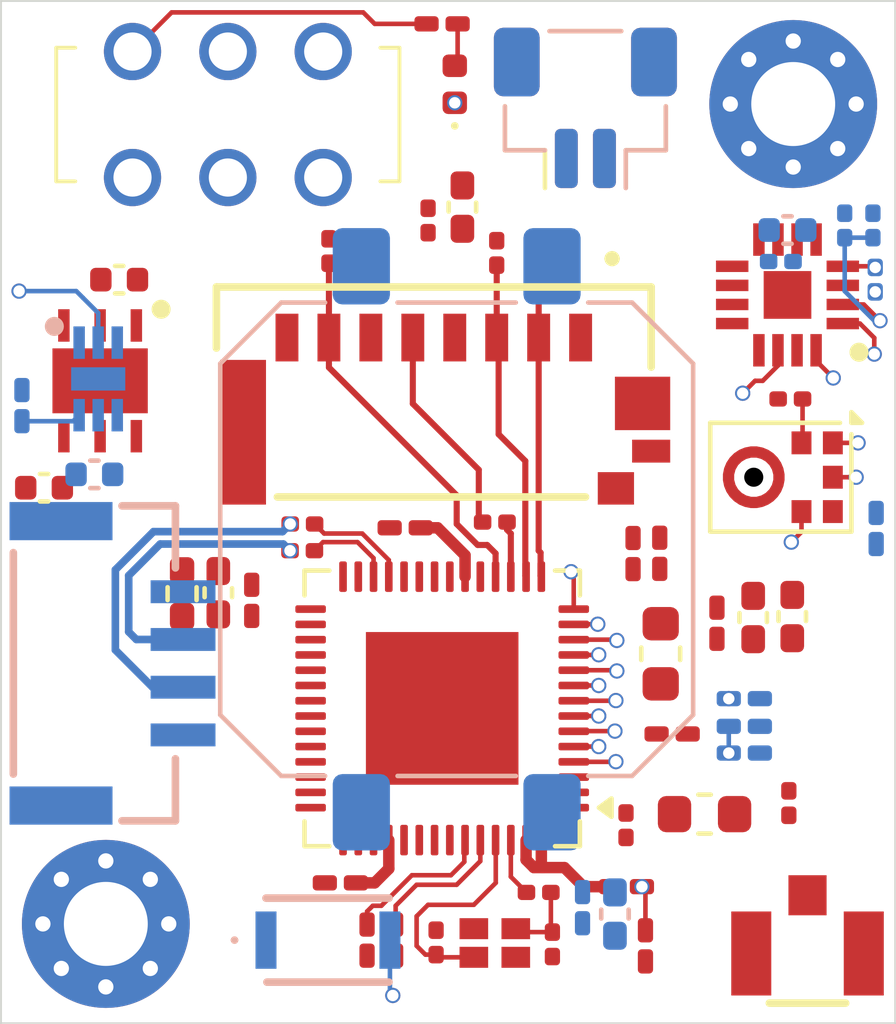
<source format=kicad_pcb>
(kicad_pcb (version 20241229) (generator "pcbnew") (generator_version "9.0")
  (layers (0 "F.Cu" signal) (4 "In1.Cu" signal) (6 "In2.Cu" signal) (8 "In3.Cu" signal) (10 "In4.Cu" signal) (2 "B.Cu" signal) (13 "F.Paste" user) (15 "B.Paste" user) (5 "F.SilkS" user "F.Silkscreen") (7 "B.SilkS" user "B.Silkscreen") (1 "F.Mask" user) (3 "B.Mask" user) (25 "Edge.Cuts" user))
  (net 0 "")
  (net 1 "LDO_IN")
  (net 2 "GND")
  (net 3 "+3.3V")
  (net 4 "/HP+")
  (net 5 "/HSE_IN")
  (net 6 "/HP-")
  (net 7 "/LNA_IN")
  (net 8 "/D+")
  (net 9 "/D-")
  (net 10 "/max_bit_clk")
  (net 11 "/max_data")
  (net 12 "/max_frame_clk")
  (net 13 "Net-(Y2-CRYSTAL__1)")
  (net 14 "/SD_FSPICS")
  (net 15 "VUSB")
  (net 16 "/SD_FSPID")
  (net 17 "/SD_FSPIQ")
  (net 18 "/mic_data")
  (net 20 "/mic_frame_sck")
  (net 21 "/mic_sck")
  (net 22 "/DATA-OUT")
  (net 23 "/DATA+OUT")
  (net 26 "Net-(IC6-~{SD_MODE})")
  (net 28 "/HSE_OUT")
  (net 29 "/max_gpio")
  (net 30 "Net-(IC6-GAIN_SLOT)")
  (net 31 "/BOOT1")
  (net 33 "/SD_FSPICLK")
  (net 37 "/MAIN_BTN")
  (net 38 "BAT+")
  (net 39 "Net-(C4-Pad1)")
  (net 40 "Net-(IC5-PROG)")
  (net 41 "Net-(IC5-~{CHRG})")
  (net 42 "Net-(LEDRED1-A)")
  (net 43 "Net-(U5-GPIO0)")
  (net 44 "Net-(C66-Pad1)")
  (net 45 "RESET")
  (net 47 "Net-(U5-GPIO3)")
  (net 63 "Net-(U5-VDD_SPI)")
  (net 67 "Net-(J4-Pad5)")
  (net 73 "Net-(U5-GPIO45)")
  (net 76 "Net-(MK2-LR)")
  (footprint "Resistor_SMD:R_0201_0603Metric_Pad0.64x0.40mm_HandSolder" (layer "F.Cu") (at 172.825 76.4175 -90)
    (property "Reference" "R1" (hide yes))
    (property "Value" "20k" (hide yes))
  )
  (footprint "Resistor_SMD:R_0201_0603Metric_Pad0.64x0.40mm_HandSolder" (layer "F.Cu") (at 165.15 86.55 -90)
    (property "Reference" "R39" (hide yes))
    (property "Value" "20k" (hide yes))
  )
  (footprint "Capacitor_SMD:C_0402_1005Metric" (layer "F.Cu") (at 156.68 74.7)
    (property "Reference" "C24" (hide yes))
    (property "Value" "1u" (hide yes))
  )
  (footprint "Resistor_SMD:R_0201_0603Metric" (layer "F.Cu") (at 163.455 75.65)
    (property "Reference" "R9" (hide yes))
    (property "Value" "22R" (hide yes))
  )
  (footprint "Capacitor_SMD:C_0201_0603Metric_Pad0.64x0.40mm_HandSolder" (layer "F.Cu") (at 162.125 77.65 -90)
    (property "Reference" "C31" (hide yes))
    (property "Value" "100n" (hide yes))
  )
  (footprint "Capacitor_SMD:C_0402_1005Metric_Pad0.74x0.62mm_HandSolder" (layer "F.Cu") (at 161.25 77.45 90)
    (property "Reference" "C32" (hide yes))
    (property "Value" "1u" (hide yes))
  )
  (footprint "Inductor_SMD:L_0603_1608Metric" (layer "F.Cu") (at 174 83.25)
    (property "Reference" "L5" (hide yes))
    (property "Value" "2.7n" (hide yes))
  )
  (footprint "Resistor_SMD:R_0201_0603Metric" (layer "F.Cu") (at 163.45 76.35)
    (property "Reference" "R10" (hide yes))
    (property "Value" "22R" (hide yes))
  )
  (footprint "samacsys:QFN50P300X300X80-17N" (layer "F.Cu") (at 176.175 69.65 180)
    (property "Reference" "IC6" (hide yes))
    (property "Value" "MAX98357AETE+" (hide yes))
  )
  (footprint "Capacitor_SMD:C_0402_1005Metric_Pad0.74x0.62mm_HandSolder" (layer "F.Cu") (at 176.3 78.075 90)
    (property "Reference" "C47" (hide yes))
    (property "Value" "10u" (hide yes))
  )
  (footprint "Resistor_SMD:R_0402_1005Metric_Pad0.72x0.64mm_HandSolder" (layer "F.Cu") (at 160.3 77.475 90)
    (property "Reference" "R41" (hide yes))
    (property "Value" "0R" (hide yes))
  )
  (footprint "Resistor_SMD:R_0201_0603Metric" (layer "F.Cu") (at 169.65 68.55 -90)
    (property "Reference" "R34" (hide yes))
    (property "Value" "10k" (hide yes))
  )
  (footprint "Capacitor_SMD:C_0201_0603Metric_Pad0.64x0.40mm_HandSolder" (layer "F.Cu") (at 173.15 81.15)
    (property "Reference" "C66" (hide yes))
    (property "Value" "100n" (hide yes))
  )
  (footprint "Resistor_SMD:R_0201_0603Metric" (layer "F.Cu") (at 169.65 85.3)
    (property "Reference" "R22" (hide yes))
    (property "Value" "20R" (hide yes))
  )
  (footprint "LED_SMD:LED_0402_1005Metric" (layer "F.Cu") (at 167.45 64.1325 90)
    (property "Reference" "LEDRED1" (hide yes))
    (property "Value" "150040RS73240" (hide yes))
  )
  (footprint "Capacitor_SMD:C_0402_1005Metric_Pad0.74x0.62mm_HandSolder" (layer "F.Cu") (at 167.65 67.35 90)
    (property "Reference" "C28" (hide yes))
    (property "Value" "4.7u" (hide yes))
  )
  (footprint "Resistor_SMD:R_0201_0603Metric" (layer "F.Cu") (at 168.5 75.6 180)
    (property "Reference" "R40" (hide yes))
    (property "Value" "22R" (hide yes))
  )
  (footprint "Capacitor_SMD:C_0402_1005Metric_Pad0.74x0.62mm_HandSolder" (layer "F.Cu") (at 175.275 78.1 90)
    (property "Reference" "C60" (hide yes))
    (property "Value" "1u" (hide yes))
  )
  (footprint "Resistor_SMD:R_0201_0603Metric_Pad0.64x0.40mm_HandSolder" (layer "F.Cu") (at 165.9 86.55 90)
    (property "Reference" "R37" (hide yes))
    (property "Value" "20k" (hide yes))
  )
  (footprint "samacsys:473092651" (layer "F.Cu") (at 167.15 72.1)
    (property "Reference" "J4" (hide yes))
    (property "Value" "47309-2651" (hide yes))
  )
  (footprint "Resistor_SMD:R_0201_0603Metric" (layer "F.Cu") (at 164.15 68.5 -90)
    (property "Reference" "R29" (hide yes))
    (property "Value" "47k" (hide yes))
  )
  (footprint "Capacitor_SMD:C_0201_0603Metric_Pad0.64x0.40mm_HandSolder" (layer "F.Cu") (at 174.325 78.25 90)
    (property "Reference" "C63" (hide yes))
    (property "Value" "100n" (hide yes))
  )
  (footprint "Capacitor_SMD:C_0201_0603Metric_Pad0.64x0.40mm_HandSolder" (layer "F.Cu") (at 164.45 85.05)
    (property "Reference" "C68" (hide yes))
    (property "Value" "100n" (hide yes))
  )
  (footprint "Inductor_SMD:L_0603_1608Metric" (layer "F.Cu") (at 172.85 79.05 -90)
    (property "Reference" "L4" (hide yes))
    (property "Value" "2.2n" (hide yes))
  )
  (footprint "samacsys:C_0201_custom" (layer "F.Cu") (at 166.95 86.6 90)
    (property "Reference" "C40" (hide yes))
    (property "Value" "3p" (hide yes))
  )
  (footprint "Resistor_SMD:R_0201_0603Metric" (layer "F.Cu") (at 176.25 72.375)
    (property "Reference" "R33" (hide yes))
    (property "Value" "300k" (hide yes))
  )
  (footprint "Capacitor_SMD:C_0201_0603Metric" (layer "F.Cu") (at 166.75 67.7 90)
    (property "Reference" "C29" (hide yes))
    (property "Value" "100n" (hide yes))
  )
  (footprint "Capacitor_SMD:C_0201_0603Metric_Pad0.64x0.40mm_HandSolder" (layer "F.Cu") (at 172.45 86.7 90)
    (property "Reference" "C61" (hide yes))
    (property "Value" "100n" (hide yes))
  )
  (footprint "Capacitor_SMD:C_0201_0603Metric_Pad0.64x0.40mm_HandSolder" (layer "F.Cu") (at 166.15 75.75)
    (property "Reference" "C67" (hide yes))
    (property "Value" "100n" (hide yes))
  )
  (footprint "samacsys:C_0201_custom" (layer "F.Cu") (at 171.95 83.55 -90)
    (property "Reference" "C3" (hide yes))
    (property "Value" "3p" (hide yes))
  )
  (footprint "Resistor_SMD:R_0201_0603Metric" (layer "F.Cu") (at 168.55 68.55 -90)
    (property "Reference" "R38" (hide yes))
    (property "Value" "47k" (hide yes))
  )
  (footprint "MountingHole:MountingHole_2.2mm_M2_Pad_Via" (layer "F.Cu") (at 158.3 86.125)
    (property "Reference" "H2" (hide yes))
    (property "Value" "MountingHole_Pad" (hide yes))
  )
  (footprint "samacsys:C_0201_custom" (layer "F.Cu") (at 176.2 82.95 90)
    (property "Reference" "C4" (hide yes))
    (property "Value" "3p" (hide yes))
  )
  (footprint "Resistor_SMD:R_0201_0603Metric_Pad0.64x0.40mm_HandSolder" (layer "F.Cu") (at 167.1175 62.55 180)
    (property "Reference" "R4" (hide yes))
    (property "Value" "510R" (hide yes))
  )
  (footprint "samacsys:LFXTAL069527REEL" (layer "F.Cu") (at 168.5 86.625 180)
    (property "Reference" "Y2" (hide yes))
    (property "Value" "LFXTAL069527REEL" (hide yes))
  )
  (footprint "Connector_JST:JST_SH_BM02B-SRSS-TB_1x02-1MP_P1.00mm_Vertical" (layer "F.Cu") (at 170.875 64.75)
    (property "Reference" "U1" (hide yes))
    (property "Value" "~" (hide yes))
  )
  (footprint "Capacitor_SMD:C_0402_1005Metric" (layer "F.Cu") (at 158.65 69.25)
    (property "Reference" "C22" (hide yes))
    (property "Value" "1u" (hide yes))
  )
  (footprint "Sensor_Audio:InvenSense_ICS-43434-6_3.5x2.65mm" (layer "F.Cu") (at 176 74.425 -90)
    (property "Reference" "MK2" (hide yes))
    (property "Value" "ICS-43434" (hide yes))
  )
  (footprint "MountingHole:MountingHole_2.2mm_M2_Pad_Via" (layer "F.Cu") (at 176.325 64.65)
    (property "Reference" "H1" (hide yes))
    (property "Value" "MountingHole_Pad" (hide yes))
  )
  (footprint "samacsys:636101111001" (layer "F.Cu") (at 176.7 86.9 180)
    (property "Reference" "J2" (hide yes))
    (property "Value" "636101111001" (hide yes))
  )
  (footprint "samacsys:C_0201_custom" (layer "F.Cu") (at 170 86.65 90)
    (property "Reference" "C38" (hide yes))
    (property "Value" "3p" (hide yes))
  )
  (footprint "samacsys:SON95P300X300X90-7N-D" (layer "F.Cu") (at 158.15 71.9 -90)
    (property "Reference" "IC3" (hide yes))
    (property "Value" "LDO40LPU33RY" (hide yes))
  )
  (footprint "samacsys2:452404020202" (layer "F.Cu") (at 164 63.275)
    (property "Reference" "S1" (hide yes))
    (property "Value" "452404020202" (hide yes))
  )
  (footprint "Capacitor_SMD:C_0201_0603Metric_Pad0.64x0.40mm_HandSolder" (layer "F.Cu") (at 172.125 76.425 90)
    (property "Reference" "C1" (hide yes))
    (property "Value" "100n" (hide yes))
  )
  (footprint "Resistor_SMD:R_0201_0603Metric_Pad0.64x0.40mm_HandSolder" (layer "F.Cu") (at 171.95 85.15)
    (property "Reference" "R35" (hide yes))
    (property "Value" "20k" (hide yes))
  )
  (footprint "Package_DFN_QFN:QFN-56-1EP_7x7mm_P0.4mm_EP4x4mm" (layer "F.Cu") (at 167.12 80.48 180)
    (property "Reference" "U5" (hide yes))
    (property "Value" "ESP32-S3" (hide yes))
  )
  (footprint "Capacitor_SMD:C_0402_1005Metric" (layer "B.Cu") (at 158 74.35 180)
    (property "Reference" "C2" (hide yes))
    (property "Value" "1u" (hide yes))
  )
  (footprint "Resistor_SMD:R_0201_0603Metric" (layer "B.Cu") (at 178.475 69.25 90)
    (property "Reference" "R30" (hide yes))
    (property "Value" "300k" (hide yes))
  )
  (footprint "samacsys2:SON50P200X200X80-7N-D" (layer "B.Cu") (at 158.1 71.85 -90)
    (property "Reference" "IC5" (hide yes))
    (property "Value" "LTC4065EDC#TRMPBF" (hide yes))
  )
  (footprint "samacsys:R_0201_custom" (layer "B.Cu") (at 178.425 67.83 -90)
    (property "Reference" "R31" (hide yes))
    (property "Value" "0R" (hide yes))
  )
  (footprint "samacsys:SM04B-GHS-TB" (layer "B.Cu") (at 160.125 79.3 90)
    (property "Reference" "J3" (hide yes))
    (property "Value" "SM04B-GHS-TB_LF__SN_" (hide yes))
  )
  (footprint "Capacitor_SMD:C_0402_1005Metric_Pad0.74x0.62mm_HandSolder" (layer "B.Cu") (at 171.65 85.8675 -90)
    (property "Reference" "C62" (hide yes))
    (property "Value" "1u" (hide yes))
  )
  (footprint "Capacitor_SMD:C_0402_1005Metric" (layer "B.Cu") (at 176.175 67.95)
    (property "Reference" "C45" (hide yes))
    (property "Value" "10u" (hide yes))
  )
  (footprint "Capacitor_SMD:C_0201_0603Metric_Pad0.64x0.40mm_HandSolder" (layer "B.Cu") (at 170.8 85.7 -90)
    (property "Reference" "C65" (hide yes))
    (property "Value" "10n" (hide yes))
  )
  (footprint "Capacitor_SMD:C_0201_0603Metric" (layer "B.Cu") (at 176 68.775)
    (property "Reference" "C44" (hide yes))
    (property "Value" "100n" (hide yes))
  )
  (footprint "Capacitor_SMD:C_0201_0603Metric_Pad0.64x0.40mm_HandSolder" (layer "B.Cu") (at 178.5 75.7675 90)
    (property "Reference" "C30" (hide yes))
    (property "Value" "100n" (hide yes))
  )
  (footprint "Resistor_SMD:R_0201_0603Metric_Pad0.64x0.40mm_HandSolder" (layer "B.Cu") (at 175.0425 80.95 180)
    (property "Reference" "R36" (hide yes))
    (property "Value" "20k" (hide yes))
  )
  (footprint "Connector_JST:JST_SH_BM02B-SRSS-TB_1x02-1MP_P1.00mm_Vertical" (layer "B.Cu") (at 170.875 64.75 180)
    (property "Reference" "U2" (hide yes))
    (property "Value" "~" (hide yes))
  )
  (footprint "Resistor_SMD:R_0201_0603Metric_Pad0.64x0.40mm_HandSolder" (layer "B.Cu") (at 175.0425 80.225 180)
    (property "Reference" "R15" (hide yes))
    (property "Value" "20k" (hide yes))
  )
  (footprint "samacsys:KXT341LHS" (layer "B.Cu") (at 164.125 86.55)
    (property "Reference" "SW1" (hide yes))
    (property "Value" "BOOTMODE" (hide yes))
  )
  (footprint "Resistor_SMD:R_0201_0603Metric_Pad0.64x0.40mm_HandSolder" (layer "B.Cu") (at 156.1 72.55 90)
    (property "Reference" "R17" (hide yes))
    (property "Value" "20k" (hide yes))
  )
  (footprint "Capacitor_SMD:C_0201_0603Metric_Pad0.64x0.40mm_HandSolder" (layer "B.Cu") (at 175.0425 81.65 180)
    (property "Reference" "C71" (hide yes))
    (property "Value" "100n" (hide yes))
  )
  (footprint "Button_Switch_SMD:SW_Push_1P1T_NO_CK_PTS125Sx85SMTR" (layer "B.Cu") (at 167.5 76.05 -90)
    (property "Reference" "SW2" (hide yes))
    (property "Value" "SW_Push" (hide yes))
  )
  (footprint "Resistor_SMD:R_0201_0603Metric" (layer "B.Cu") (at 177.675 67.83 90)
    (property "Reference" "R32" (hide yes))
    (property "Value" "0R" (hide yes))
  )
  (gr_rect (start 155.55 61.95) (end 179 88.728175) (stroke (width 0.05)) (fill no) (layer "Edge.Cuts"))
  (segment (start 165.72 84.68) (end 165.35 85.05) (width 0.3) (layer "F.Cu") (net 3))
  (segment (start 169.32 83.93) (end 169.32 84.445) (width 0.3) (layer "F.Cu") (net 3))
  (segment (start 169.75 84.65) (end 170.325 84.65) (width 0.3) (layer "F.Cu") (net 3))
  (segment (start 167 75.75) (end 166.5575 75.75) (width 0.3) (layer "F.Cu") (net 3))
  (segment (start 167.72 76.47) (end 167 75.75) (width 0.3) (layer "F.Cu") (net 3))
  (segment (start 165.72 83.93) (end 165.72 84.68) (width 0.3) (layer "F.Cu") (net 3))
  (segment (start 165.35 85.05) (end 164.8575 85.05) (width 0.3) (layer "F.Cu") (net 3))
  (segment (start 170.325 84.65) (end 170.825 85.15) (width 0.3) (layer "F.Cu") (net 3))
  (segment (start 167.72 77.03) (end 167.72 76.47) (width 0.3) (layer "F.Cu") (net 3))
  (segment (start 169.72 83.93) (end 169.72 84.62) (width 0.3) (layer "F.Cu") (net 3))
  (segment (start 170.825 85.15) (end 171.5425 85.15) (width 0.3) (layer "F.Cu") (net 3))
  (segment (start 169.525 84.65) (end 169.75 84.65) (width 0.3) (layer "F.Cu") (net 3))
  (segment (start 169.72 84.62) (end 169.75 84.65) (width 0.3) (layer "F.Cu") (net 3))
  (segment (start 169.32 84.445) (end 169.525 84.65) (width 0.3) (layer "F.Cu") (net 3))
  (segment (start 167.03 87) (end 166.96 86.93) (width 0.12) (layer "F.Cu") (net 5))
  (segment (start 167.95 87) (end 167.03 87) (width 0.12) (layer "F.Cu") (net 5))
  (segment (start 168.525 85.05) (end 168.525 83.935) (width 0.12) (layer "F.Cu") (net 5))
  (segment (start 166.45 85.925) (end 166.75 85.625) (width 0.12) (layer "F.Cu") (net 5))
  (segment (start 168.525 83.935) (end 168.52 83.93) (width 0.12) (layer "F.Cu") (net 5))
  (segment (start 166.45 86.7) (end 166.45 85.925) (width 0.12) (layer "F.Cu") (net 5))
  (segment (start 166.68 86.93) (end 166.45 86.7) (width 0.12) (layer "F.Cu") (net 5))
  (segment (start 166.96 86.93) (end 166.68 86.93) (width 0.12) (layer "F.Cu") (net 5))
  (segment (start 167.95 85.625) (end 168.525 85.05) (width 0.12) (layer "F.Cu") (net 5))
  (segment (start 166.75 85.625) (end 167.95 85.625) (width 0.12) (layer "F.Cu") (net 5))
  (via (at 163.13 76.35) (size 0.4) (drill 0.3) (layers "F.Cu" "B.Cu") (net 8))
  (segment (start 158.9 77) (end 159.725 76.175) (width 0.2) (layer "B.Cu") (net 8))
  (segment (start 160.325 78.675) (end 159.1 78.675) (width 0.2) (layer "B.Cu") (net 8))
  (segment (start 159.1 78.675) (end 158.9 78.475) (width 0.2) (layer "B.Cu") (net 8))
  (segment (start 162.955 76.175) (end 163.13 76.35) (width 0.2) (layer "B.Cu") (net 8))
  (segment (start 158.9 78.475) (end 158.9 77) (width 0.2) (layer "B.Cu") (net 8))
  (segment (start 159.725 76.175) (end 162.955 76.175) (width 0.2) (layer "B.Cu") (net 8))
  (via (at 163.135 75.65) (size 0.4) (drill 0.3) (layers "F.Cu" "B.Cu") (net 9))
  (segment (start 159.55 75.85) (end 162.935 75.85) (width 0.2) (layer "B.Cu") (net 9))
  (segment (start 162.935 75.85) (end 163.135 75.65) (width 0.2) (layer "B.Cu") (net 9))
  (segment (start 160.325 79.925) (end 159.525 79.925) (width 0.2) (layer "B.Cu") (net 9))
  (segment (start 158.55 78.95) (end 158.55 76.85) (width 0.2) (layer "B.Cu") (net 9))
  (segment (start 158.55 76.85) (end 159.55 75.85) (width 0.2) (layer "B.Cu") (net 9))
  (segment (start 159.525 79.925) (end 158.55 78.95) (width 0.2) (layer "B.Cu") (net 9))
  (segment (start 171.225 79.075) (end 171.22 79.08) (width 0.12) (layer "F.Cu") (net 10))
  (segment (start 176.925 71.375) (end 177.375 71.825) (width 0.12) (layer "F.Cu") (net 10))
  (segment (start 171.22 79.08) (end 170.57 79.08) (width 0.12) (layer "F.Cu") (net 10))
  (segment (start 176.925 71.1) (end 176.925 71.375) (width 0.12) (layer "F.Cu") (net 10))
  (via (at 177.375 71.825) (size 0.4) (drill 0.3) (layers "F.Cu" "B.Cu") (net 10))
  (via (at 171.225 79.075) (size 0.4) (drill 0.3) (layers "F.Cu" "B.Cu") (net 10))
  (segment (start 178.075 70.4) (end 177.625 70.4) (width 0.12) (layer "F.Cu") (net 11))
  (segment (start 171.7 79.5) (end 171.59 79.5) (width 0.12) (layer "F.Cu") (net 11))
  (segment (start 171.59 79.5) (end 171.57 79.48) (width 0.12) (layer "F.Cu") (net 11))
  (segment (start 178.45 70.775) (end 178.075 70.4) (width 0.12) (layer "F.Cu") (net 11))
  (segment (start 171.57 79.48) (end 170.57 79.48) (width 0.12) (layer "F.Cu") (net 11))
  (segment (start 178.45 71.2) (end 178.45 70.775) (width 0.12) (layer "F.Cu") (net 11))
  (via (at 178.45 71.2) (size 0.4) (drill 0.3) (layers "F.Cu" "B.Cu") (net 11))
  (via (at 171.7 79.5) (size 0.4) (drill 0.3) (layers "F.Cu" "B.Cu") (net 11))
  (segment (start 171.7 78.7) (end 171.68 78.68) (width 0.12) (layer "F.Cu") (net 12))
  (segment (start 175.325 71.9) (end 175 72.225) (width 0.12) (layer "F.Cu") (net 12))
  (segment (start 175.925 71.5) (end 175.525 71.9) (width 0.12) (layer "F.Cu") (net 12))
  (segment (start 175.925 71.1) (end 175.925 71.5) (width 0.12) (layer "F.Cu") (net 12))
  (segment (start 171.68 78.68) (end 170.57 78.68) (width 0.12) (layer "F.Cu") (net 12))
  (segment (start 175.525 71.9) (end 175.325 71.9) (width 0.12) (layer "F.Cu") (net 12))
  (via (at 175 72.225) (size 0.4) (drill 0.3) (layers "F.Cu" "B.Cu") (net 12))
  (via (at 171.7 78.7) (size 0.4) (drill 0.3) (layers "F.Cu" "B.Cu") (net 12))
  (segment (start 169.97 85.3) (end 169.97 86.3) (width 0.12) (layer "F.Cu") (net 13))
  (segment (start 169.14 86.34) (end 170.01 86.34) (width 0.12) (layer "F.Cu") (net 13))
  (segment (start 169.97 86.3) (end 170.01 86.34) (width 0.12) (layer "F.Cu") (net 13))
  (segment (start 169.05 86.25) (end 169.14 86.34) (width 0.12) (layer "F.Cu") (net 13))
  (segment (start 169.65 70.767) (end 169.65 76.35) (width 0.16) (layer "F.Cu") (net 14))
  (segment (start 169.7 76.4) (end 169.7 77.01) (width 0.16) (layer "F.Cu") (net 14))
  (segment (start 169.65 70.767) (end 169.65 68.87) (width 0.16) (layer "F.Cu") (net 14))
  (segment (start 169.7 77.01) (end 169.72 77.03) (width 0.16) (layer "F.Cu") (net 14))
  (segment (start 169.65 76.35) (end 169.7 76.4) (width 0.16) (layer "F.Cu") (net 14))
  (segment (start 160.025 62.25) (end 159 63.275) (width 0.12) (layer "F.Cu") (net 15))
  (segment (start 165.05 62.25) (end 160.025 62.25) (width 0.12) (layer "F.Cu") (net 15))
  (segment (start 165.35 62.55) (end 165.05 62.25) (width 0.12) (layer "F.Cu") (net 15))
  (segment (start 166.71 62.55) (end 165.35 62.55) (width 0.12) (layer "F.Cu") (net 15))
  (segment (start 169.3 77.01) (end 169.3 74) (width 0.16) (layer "F.Cu") (net 16))
  (segment (start 169.32 77.03) (end 169.3 77.01) (width 0.16) (layer "F.Cu") (net 16))
  (segment (start 168.6 70.817) (end 168.55 70.767) (width 0.16) (layer "F.Cu") (net 16))
  (segment (start 168.6 73.3) (end 168.6 70.817) (width 0.16) (layer "F.Cu") (net 16))
  (segment (start 168.55 70.767) (end 168.55 68.87) (width 0.16) (layer "F.Cu") (net 16))
  (segment (start 169.3 74) (end 168.6 73.3) (width 0.16) (layer "F.Cu") (net 16))
  (segment (start 164.15 71.55) (end 164.15 70.767) (width 0.16) (layer "F.Cu") (net 17))
  (segment (start 168.52 77.03) (end 168.52 76.42) (width 0.16) (layer "F.Cu") (net 17))
  (segment (start 164.15 70.767) (end 164.15 68.82) (width 0.16) (layer "F.Cu") (net 17))
  (segment (start 168.3 76.2) (end 168.05 76.2) (width 0.16) (layer "F.Cu") (net 17))
  (segment (start 168.05 76.2) (end 167.5 75.65) (width 0.16) (layer "F.Cu") (net 17))
  (segment (start 167.5 75.65) (end 167.5 74.9) (width 0.16) (layer "F.Cu") (net 17))
  (segment (start 167.5 74.9) (end 164.15 71.55) (width 0.16) (layer "F.Cu") (net 17))
  (segment (start 168.52 76.42) (end 168.3 76.2) (width 0.16) (layer "F.Cu") (net 17))
  (segment (start 171.225 80.68) (end 170.57 80.68) (width 0.12) (layer "F.Cu") (net 18))
  (segment (start 177.364 74.425) (end 177.975 74.425) (width 0.12) (layer "F.Cu") (net 18))
  (via (at 177.975 74.425) (size 0.4) (drill 0.3) (layers "F.Cu" "B.Cu") (net 18))
  (via (at 171.225 80.68) (size 0.4) (drill 0.3) (layers "F.Cu" "B.Cu") (net 18))
  (segment (start 177.364 73.525) (end 178.025 73.525) (width 0.12) (layer "F.Cu") (net 20))
  (segment (start 171.225 79.88) (end 170.57 79.88) (width 0.12) (layer "F.Cu") (net 20))
  (via (at 178.025 73.525) (size 0.4) (drill 0.3) (layers "F.Cu" "B.Cu") (net 20))
  (via (at 171.225 79.88) (size 0.4) (drill 0.3) (layers "F.Cu" "B.Cu") (net 20))
  (segment (start 176.542 75.858) (end 176.275 76.125) (width 0.12) (layer "F.Cu") (net 21))
  (segment (start 170.575 81.075) (end 170.57 81.08) (width 0.12) (layer "F.Cu") (net 21))
  (segment (start 176.542 75.325) (end 176.542 75.858) (width 0.12) (layer "F.Cu") (net 21))
  (segment (start 171.65 81.075) (end 170.575 81.075) (width 0.12) (layer "F.Cu") (net 21))
  (via (at 176.275 76.125) (size 0.4) (drill 0.3) (layers "F.Cu" "B.Cu") (net 21))
  (via (at 171.65 81.075) (size 0.4) (drill 0.3) (layers "F.Cu" "B.Cu") (net 21))
  (segment (start 164.025 75.9) (end 163.775 75.65) (width 0.12) (layer "F.Cu") (net 22))
  (segment (start 165.72 77.03) (end 165.72 76.595) (width 0.12) (layer "F.Cu") (net 22))
  (segment (start 165.72 76.595) (end 165.025 75.9) (width 0.12) (layer "F.Cu") (net 22))
  (segment (start 165.025 75.9) (end 164.025 75.9) (width 0.12) (layer "F.Cu") (net 22))
  (segment (start 163.77 76.35) (end 163.995 76.125) (width 0.12) (layer "F.Cu") (net 23))
  (segment (start 165.32 76.545) (end 165.32 77.03) (width 0.12) (layer "F.Cu") (net 23))
  (segment (start 163.995 76.125) (end 164.9 76.125) (width 0.12) (layer "F.Cu") (net 23))
  (segment (start 164.9 76.125) (end 165.32 76.545) (width 0.12) (layer "F.Cu") (net 23))
  (segment (start 178.445 68.9) (end 178.475 68.93) (width 0.12) (layer "F.Cu") (net 26))
  (segment (start 177.625 68.9) (end 178.445 68.9) (width 0.12) (layer "F.Cu") (net 26))
  (via (at 178.475 68.93) (size 0.4) (drill 0.3) (layers "F.Cu" "B.Cu") (net 26))
  (segment (start 168.92 84.89) (end 169.33 85.3) (width 0.12) (layer "F.Cu") (net 28))
  (segment (start 168.92 83.93) (end 168.92 84.89) (width 0.12) (layer "F.Cu") (net 28))
  (segment (start 170.575 78.275) (end 170.57 78.28) (width 0.12) (layer "F.Cu") (net 29))
  (segment (start 171.2 78.275) (end 170.575 78.275) (width 0.12) (layer "F.Cu") (net 29))
  (via (at 178.475 69.57) (size 0.4) (drill 0.3) (layers "F.Cu" "B.Cu") (net 29))
  (via (at 171.2 78.275) (size 0.4) (drill 0.3) (layers "F.Cu" "B.Cu") (net 29))
  (segment (start 177.625 69.9) (end 178.175 69.9) (width 0.12) (layer "F.Cu") (net 30))
  (segment (start 178.175 69.9) (end 178.6 70.325) (width 0.12) (layer "F.Cu") (net 30))
  (via (at 178.6 70.325) (size 0.4) (drill 0.3) (layers "F.Cu" "B.Cu") (net 30))
  (segment (start 178.45 70.325) (end 177.675 69.55) (width 0.12) (layer "B.Cu") (net 30))
  (segment (start 177.675 69.55) (end 177.675 68.15) (width 0.12) (layer "B.Cu") (net 30))
  (segment (start 178.6 70.325) (end 178.45 70.325) (width 0.12) (layer "B.Cu") (net 30))
  (segment (start 178.415 68.15) (end 177.675 68.15) (width 0.12) (layer "B.Cu") (net 30))
  (segment (start 166.45 85.1) (end 167.5 85.1) (width 0.12) (layer "F.Cu") (net 31))
  (segment (start 168.12 84.48) (end 168.12 83.93) (width 0.12) (layer "F.Cu") (net 31))
  (segment (start 165.9 85.65) (end 166.45 85.1) (width 0.12) (layer "F.Cu") (net 31))
  (segment (start 167.5 85.1) (end 168.12 84.48) (width 0.12) (layer "F.Cu") (net 31))
  (segment (start 165.9 86.1425) (end 165.9 85.65) (width 0.12) (layer "F.Cu") (net 31))
  (segment (start 168.92 77.03) (end 168.92 75.9) (width 0.16) (layer "F.Cu") (net 33))
  (segment (start 168.82 75.8) (end 168.82 75.6) (width 0.16) (layer "F.Cu") (net 33))
  (segment (start 168.92 75.9) (end 168.82 75.8) (width 0.16) (layer "F.Cu") (net 33))
  (segment (start 170.57 76.97) (end 170.5 76.9) (width 0.12) (layer "F.Cu") (net 37))
  (segment (start 170.57 77.88) (end 170.57 76.97) (width 0.12) (layer "F.Cu") (net 37))
  (via (at 170.5 76.9) (size 0.4) (drill 0.3) (layers "F.Cu" "B.Cu") (net 37))
  (segment (start 157.4425 72.9575) (end 156.1 72.9575) (width 0.12) (layer "B.Cu") (net 40))
  (segment (start 157.6 72.8) (end 157.4425 72.9575) (width 0.12) (layer "B.Cu") (net 40))
  (via (at 156.025 69.55) (size 0.4) (drill 0.3) (layers "F.Cu" "B.Cu") (net 41))
  (via (at 167.45 64.6175) (size 0.4) (drill 0.3) (layers "F.Cu" "B.Cu") (net 41))
  (segment (start 158.1 70.9) (end 158.1 70.125) (width 0.12) (layer "B.Cu") (net 41))
  (segment (start 157.525 69.55) (end 156.025 69.55) (width 0.12) (layer "B.Cu") (net 41))
  (segment (start 157.7 69.725) (end 157.525 69.55) (width 0.12) (layer "B.Cu") (net 41))
  (segment (start 158.1 70.125) (end 157.7 69.725) (width 0.12) (layer "B.Cu") (net 41))
  (segment (start 167.525 63.5725) (end 167.45 63.6475) (width 0.12) (layer "F.Cu") (net 42))
  (segment (start 167.525 62.55) (end 167.525 63.5725) (width 0.12) (layer "F.Cu") (net 42))
  (segment (start 171.225 81.48) (end 170.57 81.48) (width 0.12) (layer "F.Cu") (net 43))
  (segment (start 172.45 85.2425) (end 172.3575 85.15) (width 0.12) (layer "F.Cu") (net 43))
  (segment (start 172.45 86.2925) (end 172.45 85.2425) (width 0.12) (layer "F.Cu") (net 43))
  (via (at 171.225 81.48) (size 0.4) (drill 0.3) (layers "F.Cu" "B.Cu") (net 43))
  (via (at 172.3575 85.15) (size 0.4) (drill 0.3) (layers "F.Cu" "B.Cu") (net 43))
  (via (at 165.825 88) (size 0.4) (drill 0.3) (layers "F.Cu" "B.Cu") (net 43))
  (segment (start 165.75 87.925) (end 165.825 88) (width 0.12) (layer "B.Cu") (net 43))
  (segment (start 165.75 86.55) (end 165.75 87.925) (width 0.12) (layer "B.Cu") (net 43))
  (segment (start 171.67 81.88) (end 171.675 81.875) (width 0.12) (layer "F.Cu") (net 45))
  (segment (start 170.57 81.88) (end 171.67 81.88) (width 0.12) (layer "F.Cu") (net 45))
  (via (at 171.675 81.875) (size 0.4) (drill 0.3) (layers "F.Cu" "B.Cu") (net 45))
  (via (at 174.635 81.65) (size 0.4) (drill 0.3) (layers "F.Cu" "B.Cu") (net 45))
  (segment (start 174.635 80.95) (end 174.635 81.65) (width 0.12) (layer "B.Cu") (net 45))
  (segment (start 171.67 80.28) (end 171.675 80.275) (width 0.12) (layer "F.Cu") (net 47))
  (segment (start 170.57 80.28) (end 171.67 80.28) (width 0.12) (layer "F.Cu") (net 47))
  (via (at 171.675 80.275) (size 0.4) (drill 0.3) (layers "F.Cu" "B.Cu") (net 47))
  (via (at 174.635 80.225) (size 0.4) (drill 0.3) (layers "F.Cu" "B.Cu") (net 47))
  (segment (start 168.08 74.23) (end 166.35 72.5) (width 0.16) (layer "F.Cu") (net 67))
  (segment (start 166.35 72.5) (end 166.35 70.767) (width 0.16) (layer "F.Cu") (net 67))
  (segment (start 168.08 75.5) (end 168.08 74.23) (width 0.16) (layer "F.Cu") (net 67))
  (segment (start 168.18 75.6) (end 168.08 75.5) (width 0.16) (layer "F.Cu") (net 67))
  (segment (start 167.7 83.95) (end 167.7 84.5) (width 0.12) (layer "F.Cu") (net 73))
  (segment (start 165.3 85.65) (end 165.15 85.8) (width 0.12) (layer "F.Cu") (net 73))
  (segment (start 166.325 84.85) (end 165.525 85.65) (width 0.12) (layer "F.Cu") (net 73))
  (segment (start 165.525 85.65) (end 165.3 85.65) (width 0.12) (layer "F.Cu") (net 73))
  (segment (start 167.72 83.93) (end 167.7 83.95) (width 0.12) (layer "F.Cu") (net 73))
  (segment (start 165.15 85.8) (end 165.15 86.1425) (width 0.12) (layer "F.Cu") (net 73))
  (segment (start 167.35 84.85) (end 166.325 84.85) (width 0.12) (layer "F.Cu") (net 73))
  (segment (start 167.7 84.5) (end 167.35 84.85) (width 0.12) (layer "F.Cu") (net 73))
  (segment (start 176.57 72.375) (end 176.57 73.497) (width 0.12) (layer "F.Cu") (net 76))
  (segment (start 176.57 73.497) (end 176.542 73.525) (width 0.12) (layer "F.Cu") (net 76))
)
</source>
